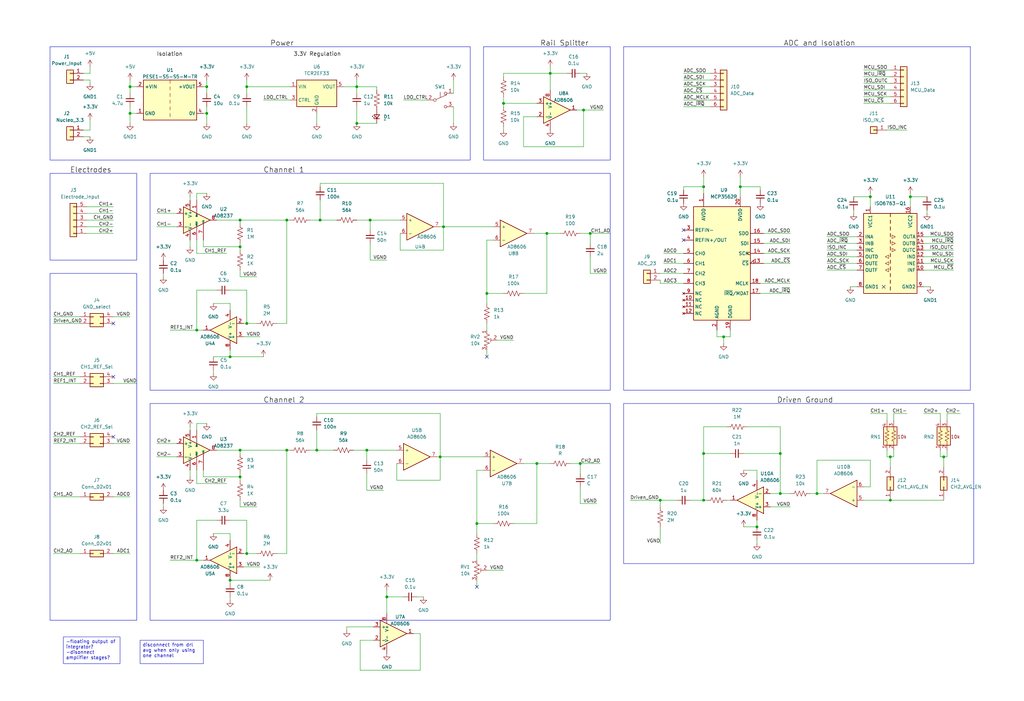
<source format=kicad_sch>
(kicad_sch (version 20230121) (generator eeschema)
  (paper "User" 389.992 267.005)
  (title_block (title "2-Channel EEG AFE") (comment 1 "Tim Erwin"))
  (junction (at 74.93 125.73))
  (junction (at 135.89 46.99))
  (junction (at 208.28 88.9))
  (junction (at 120.65 171.45))
  (junction (at 91.44 181.61))
  (junction (at 93.98 210.82))
  (junction (at 331.47 74.93))
  (junction (at 311.15 187.96))
  (junction (at 109.22 83.82))
  (junction (at 139.7 171.45))
  (junction (at 339.09 190.5))
  (junction (at 168.91 86.36))
  (junction (at 288.29 200.66))
  (junction (at 167.64 173.99))
  (junction (at 87.63 135.89))
  (junction (at 49.53 43.18))
  (junction (at 222.25 41.91))
  (junction (at 204.47 176.53))
  (junction (at 267.97 172.72))
  (junction (at 91.44 93.98))
  (junction (at 267.97 190.5))
  (junction (at 224.79 88.9))
  (junction (at 78.74 43.18))
  (junction (at 135.89 33.02))
  (junction (at 220.98 176.53))
  (junction (at 297.18 172.72))
  (junction (at 209.55 27.94))
  (junction (at 74.93 213.36))
  (junction (at 93.98 123.19))
  (junction (at 275.59 128.27))
  (junction (at 185.42 111.76))
  (junction (at 191.77 39.37))
  (junction (at 346.71 74.93))
  (junction (at 267.97 71.12))
  (junction (at 251.46 190.5))
  (junction (at 281.94 71.12))
  (junction (at 109.22 171.45))
  (junction (at 78.74 33.02))
  (junction (at 87.63 220.98))
  (junction (at 181.61 199.39))
  (junction (at 93.98 33.02))
  (junction (at 140.97 83.82))
  (junction (at 91.44 83.82))
  (junction (at 49.53 33.02))
  (junction (at 91.44 171.45))
  (junction (at 297.18 187.96))
  (junction (at 147.32 227.33))
  (junction (at 339.09 173.99))
  (junction (at 359.41 173.99))
  (junction (at 121.92 83.82))
  (no_connect (at 260.35 87.63))
  (no_connect (at 181.61 223.52))
  (no_connect (at 43.18 143.51))
  (no_connect (at 43.18 166.37))
  (no_connect (at 185.42 135.89))
  (no_connect (at 336.55 109.22))
  (no_connect (at 43.18 123.19))
  (no_connect (at 260.35 91.44))
  (wire (pts (xy 74.93 179.07) (xy 74.93 184.15)))
  (wire (pts (xy 224.79 97.79) (xy 224.79 104.14)))
  (wire (pts (xy 74.93 73.66) (xy 78.74 73.66)))
  (wire (pts (xy 191.77 36.83) (xy 191.77 39.37)))
  (wire (pts (xy 20.32 146.05) (xy 30.48 146.05)))
  (wire (pts (xy 209.55 27.94) (xy 209.55 34.29)))
  (wire (pts (xy 91.44 193.04) (xy 91.44 190.5)))
  (wire (pts (xy 199.39 111.76) (xy 208.28 111.76)))
  (wire (pts (xy 20.32 210.82) (xy 30.48 210.82)))
  (wire (pts (xy 191.77 27.94) (xy 209.55 27.94)))
  (wire (pts (xy 284.48 162.56) (xy 297.18 162.56)))
  (wire (pts (xy 314.96 100.33) (xy 326.39 100.33)))
  (wire (pts (xy 91.44 105.41) (xy 91.44 102.87)))
  (wire (pts (xy 139.7 171.45) (xy 151.13 171.45)))
  (wire (pts (xy 351.79 90.17) (xy 363.22 90.17)))
  (wire (pts (xy 220.98 176.53) (xy 228.6 176.53)))
  (wire (pts (xy 168.91 69.85) (xy 168.91 86.36)))
  (wire (pts (xy 351.79 109.22) (xy 354.33 109.22)))
  (wire (pts (xy 78.74 30.48) (xy 78.74 33.02)))
  (wire (pts (xy 72.39 91.44) (xy 72.39 93.98)))
  (wire (pts (xy 121.92 83.82) (xy 128.27 83.82)))
  (wire (pts (xy 93.98 123.19) (xy 97.79 123.19)))
  (wire (pts (xy 151.13 182.88) (xy 167.64 182.88)))
  (wire (pts (xy 251.46 193.04) (xy 251.46 190.5)))
  (wire (pts (xy 91.44 172.72) (xy 91.44 171.45)))
  (wire (pts (xy 34.29 27.94) (xy 34.29 25.4)))
  (wire (pts (xy 209.55 27.94) (xy 215.9 27.94)))
  (wire (pts (xy 59.69 86.36) (xy 67.31 86.36)))
  (wire (pts (xy 314.96 92.71) (xy 326.39 92.71)))
  (wire (pts (xy 74.93 161.29) (xy 78.74 161.29)))
  (wire (pts (xy 199.39 55.88) (xy 222.25 55.88)))
  (wire (pts (xy 328.93 26.67) (xy 339.09 26.67)))
  (wire (pts (xy 33.02 83.82) (xy 43.18 83.82)))
  (wire (pts (xy 34.29 49.53) (xy 31.75 49.53)))
  (wire (pts (xy 81.28 140.97) (xy 81.28 142.24)))
  (wire (pts (xy 74.93 198.12) (xy 82.55 198.12)))
  (wire (pts (xy 217.17 176.53) (xy 220.98 176.53)))
  (wire (pts (xy 43.18 189.23) (xy 49.53 189.23)))
  (wire (pts (xy 328.93 190.5) (xy 339.09 190.5)))
  (wire (pts (xy 33.02 78.74) (xy 43.18 78.74)))
  (wire (pts (xy 220.98 191.77) (xy 227.33 191.77)))
  (wire (pts (xy 152.4 95.25) (xy 168.91 95.25)))
  (wire (pts (xy 137.16 243.84) (xy 137.16 255.27)))
  (wire (pts (xy 110.49 171.45) (xy 109.22 171.45)))
  (wire (pts (xy 97.79 105.41) (xy 91.44 105.41)))
  (wire (pts (xy 289.56 71.12) (xy 289.56 72.39)))
  (wire (pts (xy 275.59 128.27) (xy 278.13 128.27)))
  (wire (pts (xy 252.73 100.33) (xy 260.35 100.33)))
  (wire (pts (xy 224.79 88.9) (xy 232.41 88.9)))
  (wire (pts (xy 260.35 30.48) (xy 270.51 30.48)))
  (wire (pts (xy 81.28 115.57) (xy 87.63 115.57)))
  (wire (pts (xy 267.97 67.31) (xy 267.97 71.12)))
  (wire (pts (xy 143.51 33.02) (xy 143.51 34.29)))
  (wire (pts (xy 82.55 83.82) (xy 91.44 83.82)))
  (wire (pts (xy 314.96 95.25) (xy 326.39 95.25)))
  (wire (pts (xy 181.61 210.82) (xy 181.61 213.36)))
  (wire (pts (xy 314.96 90.17) (xy 326.39 90.17)))
  (wire (pts (xy 158.75 227.33) (xy 161.29 227.33)))
  (wire (pts (xy 204.47 199.39) (xy 204.47 176.53)))
  (wire (pts (xy 222.25 41.91) (xy 229.87 41.91)))
  (wire (pts (xy 99.06 128.27) (xy 92.71 128.27)))
  (wire (pts (xy 281.94 71.12) (xy 281.94 74.93)))
  (wire (pts (xy 360.68 173.99) (xy 360.68 171.45)))
  (wire (pts (xy 346.71 73.66) (xy 346.71 74.93)))
  (wire (pts (xy 49.53 40.64) (xy 49.53 43.18)))
  (wire (pts (xy 43.18 146.05) (xy 52.07 146.05)))
  (wire (pts (xy 168.91 86.36) (xy 168.91 95.25)))
  (wire (pts (xy 328.93 31.75) (xy 339.09 31.75)))
  (wire (pts (xy 275.59 128.27) (xy 275.59 130.81)))
  (wire (pts (xy 147.32 227.33) (xy 147.32 233.68)))
  (wire (pts (xy 267.97 162.56) (xy 276.86 162.56)))
  (wire (pts (xy 31.75 52.07) (xy 34.29 52.07)))
  (wire (pts (xy 49.53 33.02) (xy 49.53 35.56)))
  (wire (pts (xy 359.41 173.99) (xy 359.41 177.8)))
  (wire (pts (xy 267.97 172.72) (xy 278.13 172.72)))
  (wire (pts (xy 314.96 97.79) (xy 326.39 97.79)))
  (wire (pts (xy 340.36 173.99) (xy 340.36 171.45)))
  (wire (pts (xy 311.15 175.26) (xy 331.47 175.26)))
  (wire (pts (xy 77.47 181.61) (xy 77.47 179.07)))
  (wire (pts (xy 224.79 88.9) (xy 224.79 92.71)))
  (wire (pts (xy 20.32 189.23) (xy 30.48 189.23)))
  (wire (pts (xy 191.77 48.26) (xy 191.77 49.53)))
  (wire (pts (xy 337.82 49.53) (xy 345.44 49.53)))
  (wire (pts (xy 74.93 110.49) (xy 82.55 110.49)))
  (wire (pts (xy 331.47 175.26) (xy 331.47 185.42)))
  (wire (pts (xy 120.65 163.83) (xy 120.65 171.45)))
  (wire (pts (xy 62.23 104.14) (xy 62.23 105.41)))
  (wire (pts (xy 346.71 74.93) (xy 346.71 78.74)))
  (wire (pts (xy 351.79 95.25) (xy 363.22 95.25)))
  (wire (pts (xy 77.47 181.61) (xy 91.44 181.61)))
  (wire (pts (xy 311.15 187.96) (xy 311.15 175.26)))
  (wire (pts (xy 118.11 83.82) (xy 121.92 83.82)))
  (wire (pts (xy 260.35 35.56) (xy 270.51 35.56)))
  (wire (pts (xy 273.05 128.27) (xy 275.59 128.27)))
  (wire (pts (xy 93.98 30.48) (xy 93.98 33.02)))
  (wire (pts (xy 222.25 41.91) (xy 219.71 41.91)))
  (wire (pts (xy 20.32 143.51) (xy 30.48 143.51)))
  (wire (pts (xy 120.65 43.18) (xy 120.65 46.99)))
  (wire (pts (xy 105.41 210.82) (xy 109.22 210.82)))
  (wire (pts (xy 209.55 25.4) (xy 209.55 27.94)))
  (wire (pts (xy 168.91 86.36) (xy 187.96 86.36)))
  (wire (pts (xy 290.83 92.71) (xy 300.99 92.71)))
  (wire (pts (xy 74.93 76.2) (xy 74.93 73.66)))
  (wire (pts (xy 132.08 238.76) (xy 132.08 240.03)))
  (wire (pts (xy 147.32 224.79) (xy 147.32 227.33)))
  (wire (pts (xy 276.86 190.5) (xy 278.13 190.5)))
  (wire (pts (xy 34.29 31.75) (xy 34.29 30.48)))
  (wire (pts (xy 93.98 35.56) (xy 93.98 33.02)))
  (wire (pts (xy 137.16 243.84) (xy 142.24 243.84)))
  (wire (pts (xy 220.98 88.9) (xy 224.79 88.9)))
  (wire (pts (xy 260.35 33.02) (xy 270.51 33.02)))
  (wire (pts (xy 353.06 80.01) (xy 353.06 81.28)))
  (wire (pts (xy 185.42 111.76) (xy 185.42 115.57)))
  (wire (pts (xy 189.23 129.54) (xy 195.58 129.54)))
  (wire (pts (xy 191.77 111.76) (xy 185.42 111.76)))
  (wire (pts (xy 87.63 135.89) (xy 100.33 135.89)))
  (wire (pts (xy 143.51 46.99) (xy 135.89 46.99)))
  (wire (pts (xy 293.37 187.96) (xy 297.18 187.96)))
  (wire (pts (xy 31.75 27.94) (xy 34.29 27.94)))
  (wire (pts (xy 181.61 179.07) (xy 181.61 199.39)))
  (wire (pts (xy 93.98 40.64) (xy 93.98 46.99)))
  (wire (pts (xy 360.68 157.48) (xy 360.68 160.02)))
  (wire (pts (xy 251.46 207.01) (xy 251.46 200.66)))
  (wire (pts (xy 251.46 107.95) (xy 260.35 107.95)))
  (wire (pts (xy 358.14 157.48) (xy 358.14 160.02)))
  (wire (pts (xy 91.44 93.98) (xy 91.44 95.25)))
  (wire (pts (xy 252.73 96.52) (xy 260.35 96.52)))
  (wire (pts (xy 121.92 71.12) (xy 121.92 69.85)))
  (wire (pts (xy 81.28 135.89) (xy 87.63 135.89)))
  (wire (pts (xy 251.46 107.95) (xy 251.46 106.68)))
  (wire (pts (xy 91.44 85.09) (xy 91.44 83.82)))
  (wire (pts (xy 135.89 33.02) (xy 130.81 33.02)))
  (wire (pts (xy 260.35 71.12) (xy 267.97 71.12)))
  (wire (pts (xy 139.7 186.69) (xy 146.05 186.69)))
  (wire (pts (xy 191.77 39.37) (xy 204.47 39.37)))
  (wire (pts (xy 345.44 157.48) (xy 340.36 157.48)))
  (wire (pts (xy 167.64 173.99) (xy 167.64 182.88)))
  (wire (pts (xy 331.47 73.66) (xy 331.47 74.93)))
  (wire (pts (xy 273.05 125.73) (xy 273.05 128.27)))
  (wire (pts (xy 337.82 157.48) (xy 337.82 160.02)))
  (wire (pts (xy 109.22 210.82) (xy 109.22 171.45)))
  (wire (pts (xy 187.96 199.39) (xy 181.61 199.39)))
  (wire (pts (xy 93.98 33.02) (xy 110.49 33.02)))
  (wire (pts (xy 195.58 199.39) (xy 204.47 199.39)))
  (wire (pts (xy 91.44 92.71) (xy 91.44 93.98)))
  (wire (pts (xy 49.53 33.02) (xy 52.07 33.02)))
  (wire (pts (xy 185.42 217.17) (xy 191.77 217.17)))
  (wire (pts (xy 77.47 43.18) (xy 78.74 43.18)))
  (wire (pts (xy 323.85 109.22) (xy 326.39 109.22)))
  (wire (pts (xy 77.47 93.98) (xy 77.47 91.44)))
  (wire (pts (xy 33.02 88.9) (xy 43.18 88.9)))
  (wire (pts (xy 147.32 227.33) (xy 153.67 227.33)))
  (wire (pts (xy 99.06 215.9) (xy 92.71 215.9)))
  (wire (pts (xy 77.47 125.73) (xy 74.93 125.73)))
  (wire (pts (xy 100.33 38.1) (xy 110.49 38.1)))
  (wire (pts (xy 331.47 157.48) (xy 337.82 157.48)))
  (wire (pts (xy 191.77 40.64) (xy 191.77 39.37)))
  (wire (pts (xy 87.63 133.35) (xy 87.63 135.89)))
  (wire (pts (xy 208.28 111.76) (xy 208.28 88.9)))
  (wire (pts (xy 78.74 33.02) (xy 78.74 35.56)))
  (wire (pts (xy 135.89 33.02) (xy 143.51 33.02)))
  (wire (pts (xy 86.36 96.52) (xy 74.93 96.52)))
  (wire (pts (xy 140.97 83.82) (xy 140.97 87.63)))
  (wire (pts (xy 72.39 179.07) (xy 72.39 181.61)))
  (wire (pts (xy 181.61 220.98) (xy 181.61 223.52)))
  (wire (pts (xy 260.35 40.64) (xy 270.51 40.64)))
  (wire (pts (xy 185.42 91.44) (xy 185.42 111.76)))
  (wire (pts (xy 82.55 171.45) (xy 91.44 171.45)))
  (wire (pts (xy 339.09 173.99) (xy 339.09 177.8)))
  (wire (pts (xy 337.82 173.99) (xy 339.09 173.99)))
  (wire (pts (xy 208.28 88.9) (xy 213.36 88.9)))
  (wire (pts (xy 49.53 30.48) (xy 49.53 33.02)))
  (wire (pts (xy 220.98 185.42) (xy 220.98 191.77)))
  (wire (pts (xy 140.97 99.06) (xy 147.32 99.06)))
  (wire (pts (xy 251.46 190.5) (xy 257.81 190.5)))
  (wire (pts (xy 109.22 83.82) (xy 91.44 83.82)))
  (wire (pts (xy 78.74 43.18) (xy 78.74 46.99)))
  (wire (pts (xy 120.65 171.45) (xy 127 171.45)))
  (wire (pts (xy 314.96 102.87) (xy 326.39 102.87)))
  (wire (pts (xy 52.07 43.18) (xy 49.53 43.18)))
  (wire (pts (xy 78.74 40.64) (xy 78.74 43.18)))
  (wire (pts (xy 20.32 166.37) (xy 30.48 166.37)))
  (wire (pts (xy 74.93 184.15) (xy 86.36 184.15)))
  (wire (pts (xy 351.79 102.87) (xy 363.22 102.87)))
  (wire (pts (xy 135.89 40.64) (xy 135.89 46.99)))
  (wire (pts (xy 267.97 172.72) (xy 267.97 162.56)))
  (wire (pts (xy 297.18 162.56) (xy 297.18 172.72)))
  (wire (pts (xy 222.25 55.88) (xy 222.25 41.91)))
  (wire (pts (xy 121.92 76.2) (xy 121.92 83.82)))
  (wire (pts (xy 166.37 173.99) (xy 167.64 173.99)))
  (wire (pts (xy 340.36 157.48) (xy 340.36 160.02)))
  (wire (pts (xy 359.41 173.99) (xy 360.68 173.99)))
  (wire (pts (xy 120.65 158.75) (xy 120.65 157.48)))
  (wire (pts (xy 167.64 173.99) (xy 184.15 173.99)))
  (wire (pts (xy 293.37 193.04) (xy 300.99 193.04)))
  (wire (pts (xy 311.15 187.96) (xy 313.69 187.96)))
  (wire (pts (xy 167.64 157.48) (xy 167.64 173.99)))
  (wire (pts (xy 199.39 176.53) (xy 204.47 176.53)))
  (wire (pts (xy 137.16 255.27) (xy 160.02 255.27)))
  (wire (pts (xy 267.97 172.72) (xy 267.97 190.5)))
  (wire (pts (xy 328.93 39.37) (xy 339.09 39.37)))
  (wire (pts (xy 185.42 123.19) (xy 185.42 125.73)))
  (wire (pts (xy 87.63 220.98) (xy 87.63 222.25)))
  (wire (pts (xy 328.93 36.83) (xy 339.09 36.83)))
  (wire (pts (xy 283.21 172.72) (xy 297.18 172.72)))
  (wire (pts (xy 140.97 83.82) (xy 152.4 83.82)))
  (wire (pts (xy 365.76 157.48) (xy 360.68 157.48)))
  (wire (pts (xy 283.21 179.07) (xy 288.29 179.07)))
  (wire (pts (xy 91.44 180.34) (xy 91.44 181.61)))
  (wire (pts (xy 288.29 198.12) (xy 288.29 200.66)))
  (wire (pts (xy 288.29 205.74) (xy 288.29 207.01)))
  (wire (pts (xy 267.97 190.5) (xy 269.24 190.5)))
  (wire (pts (xy 224.79 104.14) (xy 231.14 104.14)))
  (wire (pts (xy 135.89 33.02) (xy 135.89 35.56)))
  (wire (pts (xy 43.18 168.91) (xy 49.53 168.91)))
  (wire (pts (xy 49.53 43.18) (xy 49.53 46.99)))
  (wire (pts (xy 87.63 220.98) (xy 102.87 220.98)))
  (wire (pts (xy 181.61 179.07) (xy 184.15 179.07)))
  (wire (pts (xy 34.29 45.72) (xy 34.29 49.53)))
  (wire (pts (xy 43.18 120.65) (xy 49.53 120.65)))
  (wire (pts (xy 109.22 171.45) (xy 91.44 171.45)))
  (wire (pts (xy 346.71 74.93) (xy 353.06 74.93)))
  (wire (pts (xy 204.47 176.53) (xy 209.55 176.53)))
  (wire (pts (xy 160.02 241.3) (xy 157.48 241.3)))
  (wire (pts (xy 92.71 210.82) (xy 93.98 210.82)))
  (wire (pts (xy 142.24 238.76) (xy 132.08 238.76)))
  (wire (pts (xy 91.44 181.61) (xy 91.44 182.88)))
  (wire (pts (xy 289.56 111.76) (xy 300.99 111.76)))
  (wire (pts (xy 93.98 110.49) (xy 93.98 123.19)))
  (wire (pts (xy 331.47 74.93) (xy 331.47 78.74)))
  (wire (pts (xy 72.39 74.93) (xy 72.39 76.2)))
  (wire (pts (xy 181.61 199.39) (xy 181.61 203.2)))
  (wire (pts (xy 328.93 29.21) (xy 339.09 29.21)))
  (wire (pts (xy 87.63 115.57) (xy 87.63 118.11)))
  (wire (pts (xy 220.98 176.53) (xy 220.98 180.34)))
  (wire (pts (xy 290.83 88.9) (xy 300.99 88.9)))
  (wire (pts (xy 43.18 210.82) (xy 49.53 210.82)))
  (wire (pts (xy 260.35 71.12) (xy 260.35 72.39)))
  (wire (pts (xy 351.79 157.48) (xy 358.14 157.48)))
  (wire (pts (xy 262.89 190.5) (xy 267.97 190.5)))
  (wire (pts (xy 59.69 173.99) (xy 67.31 173.99)))
  (wire (pts (xy 167.64 86.36) (xy 168.91 86.36)))
  (wire (pts (xy 87.63 198.12) (xy 93.98 198.12)))
  (wire (pts (xy 109.22 83.82) (xy 110.49 83.82)))
  (wire (pts (xy 297.18 172.72) (xy 297.18 187.96)))
  (wire (pts (xy 172.72 30.48) (xy 172.72 35.56)))
  (wire (pts (xy 152.4 88.9) (xy 152.4 95.25)))
  (wire (pts (xy 351.79 97.79) (xy 363.22 97.79)))
  (wire (pts (xy 31.75 30.48) (xy 34.29 30.48)))
  (wire (pts (xy 59.69 168.91) (xy 67.31 168.91)))
  (wire (pts (xy 74.93 96.52) (xy 74.93 91.44)))
  (wire (pts (xy 172.72 40.64) (xy 172.72 46.99)))
  (wire (pts (xy 33.02 81.28) (xy 43.18 81.28)))
  (wire (pts (xy 20.32 120.65) (xy 30.48 120.65)))
  (wire (pts (xy 339.09 34.29) (xy 328.93 34.29)))
  (wire (pts (xy 139.7 186.69) (xy 139.7 180.34)))
  (wire (pts (xy 64.77 213.36) (xy 74.93 213.36)))
  (wire (pts (xy 151.13 176.53) (xy 151.13 182.88)))
  (wire (pts (xy 109.22 123.19) (xy 109.22 83.82)))
  (wire (pts (xy 289.56 107.95) (xy 300.99 107.95)))
  (wire (pts (xy 325.12 74.93) (xy 331.47 74.93)))
  (wire (pts (xy 358.14 173.99) (xy 359.41 173.99)))
  (wire (pts (xy 120.65 157.48) (xy 167.64 157.48)))
  (wire (pts (xy 97.79 193.04) (xy 91.44 193.04)))
  (wire (pts (xy 77.47 33.02) (xy 78.74 33.02)))
  (wire (pts (xy 281.94 67.31) (xy 281.94 71.12)))
  (wire (pts (xy 135.89 83.82) (xy 140.97 83.82)))
  (wire (pts (xy 339.09 190.5) (xy 359.41 190.5)))
  (wire (pts (xy 288.29 179.07) (xy 288.29 182.88)))
  (wire (pts (xy 33.02 86.36) (xy 43.18 86.36)))
  (wire (pts (xy 220.98 27.94) (xy 223.52 27.94)))
  (wire (pts (xy 267.97 71.12) (xy 267.97 73.66)))
  (wire (pts (xy 251.46 104.14) (xy 260.35 104.14)))
  (wire (pts (xy 59.69 81.28) (xy 67.31 81.28)))
  (wire (pts (xy 105.41 123.19) (xy 109.22 123.19)))
  (wire (pts (xy 74.93 110.49) (xy 74.93 125.73)))
  (wire (pts (xy 134.62 171.45) (xy 139.7 171.45)))
  (wire (pts (xy 87.63 110.49) (xy 93.98 110.49)))
  (wire (pts (xy 199.39 44.45) (xy 199.39 55.88)))
  (wire (pts (xy 278.13 128.27) (xy 278.13 125.73)))
  (wire (pts (xy 93.98 210.82) (xy 97.79 210.82)))
  (wire (pts (xy 185.42 91.44) (xy 187.96 91.44)))
  (wire (pts (xy 20.32 168.91) (xy 30.48 168.91)))
  (wire (pts (xy 81.28 203.2) (xy 87.63 203.2)))
  (wire (pts (xy 358.14 171.45) (xy 358.14 173.99)))
  (wire (pts (xy 74.93 163.83) (xy 74.93 161.29)))
  (wire (pts (xy 290.83 96.52) (xy 300.99 96.52)))
  (wire (pts (xy 140.97 99.06) (xy 140.97 92.71)))
  (wire (pts (xy 93.98 198.12) (xy 93.98 210.82)))
  (wire (pts (xy 328.93 185.42) (xy 331.47 185.42)))
  (wire (pts (xy 283.21 200.66) (xy 288.29 200.66)))
  (wire (pts (xy 77.47 93.98) (xy 91.44 93.98)))
  (wire (pts (xy 297.18 187.96) (xy 300.99 187.96)))
  (wire (pts (xy 87.63 227.33) (xy 87.63 228.6)))
  (wire (pts (xy 339.09 173.99) (xy 340.36 173.99)))
  (wire (pts (xy 325.12 80.01) (xy 325.12 81.28)))
  (wire (pts (xy 92.71 123.19) (xy 93.98 123.19)))
  (wire (pts (xy 87.63 203.2) (xy 87.63 205.74)))
  (wire (pts (xy 191.77 27.94) (xy 191.77 29.21)))
  (wire (pts (xy 260.35 38.1) (xy 270.51 38.1)))
  (wire (pts (xy 260.35 27.94) (xy 270.51 27.94)))
  (wire (pts (xy 203.2 88.9) (xy 208.28 88.9)))
  (wire (pts (xy 135.89 30.48) (xy 135.89 33.02)))
  (wire (pts (xy 153.67 38.1) (xy 162.56 38.1)))
  (wire (pts (xy 289.56 71.12) (xy 281.94 71.12)))
  (wire (pts (xy 121.92 69.85) (xy 168.91 69.85)))
  (wire (pts (xy 337.82 171.45) (xy 337.82 173.99)))
  (wire (pts (xy 74.93 198.12) (xy 74.93 213.36)))
  (wire (pts (xy 77.47 213.36) (xy 74.93 213.36)))
  (wire (pts (xy 308.61 187.96) (xy 311.15 187.96)))
  (wire (pts (xy 72.39 162.56) (xy 72.39 163.83)))
  (wire (pts (xy 290.83 100.33) (xy 300.99 100.33)))
  (wire (pts (xy 351.79 100.33) (xy 363.22 100.33)))
  (wire (pts (xy 185.42 133.35) (xy 185.42 135.89)))
  (wire (pts (xy 199.39 44.45) (xy 204.47 44.45)))
  (wire (pts (xy 20.32 123.19) (xy 30.48 123.19)))
  (wire (pts (xy 118.11 171.45) (xy 120.65 171.45)))
  (wire (pts (xy 351.79 92.71) (xy 363.22 92.71)))
  (wire (pts (xy 139.7 171.45) (xy 139.7 175.26)))
  (wire (pts (xy 64.77 125.73) (xy 74.93 125.73)))
  (wire (pts (xy 240.03 190.5) (xy 251.46 190.5)))
  (wire (pts (xy 160.02 255.27) (xy 160.02 241.3)))
  (wire (pts (xy 62.23 191.77) (xy 62.23 193.04)))
  (rectangle (start 19.05 17.78) (end 179.07 60.96))
  (rectangle (start 184.15 17.78) (end 232.41 60.96))
  (rectangle (start 57.15 66.04) (end 232.41 148.59))
  (rectangle (start 19.05 104.14) (end 52.07 236.22))
  (rectangle (start 237.49 17.78) (end 369.57 148.59))
  (rectangle (start 19.05 66.04) (end 52.07 99.06))
  (rectangle (start 237.49 153.67) (end 370.84 214.63))
  (rectangle (start 57.15 153.67) (end 232.41 236.22))
  (text_box "-floating output of integrator?\n-disonnect amplifier stages?" (at 24.13 242.57 0) (size 21.59 10.16) (effects (font (size 1.27 1.27)) (justify left top)))
  (text_box "disconnect from drl avg when only using one channel" (at 53.34 243.84 0) (size 24.13 8.89) (effects (font (size 1.27 1.27)) (justify left top)))
  (text "Electrodes\n" (at 26.67 66.04 0) (effects (font (size 2 2)) (justify left bottom)))
  (text "Channel 1" (at 100.33 66.04 0) (effects (font (size 2 2)) (justify left bottom)))
  (text "3.3V Regulation" (at 111.76 21.59 0) (effects (font (size 1.5 1.5)) (justify left bottom)))
  (text "ADC and Isolation\n" (at 298.45 17.78 0) (effects (font (size 2 2)) (justify left bottom)))
  (text "Channel 2\n" (at 100.33 153.67 0) (effects (font (size 2 2)) (justify left bottom)))
  (text "Isolation" (at 59.69 21.59 0) (effects (font (size 1.5 1.5)) (justify left bottom)))
  (text "Rail Splitter" (at 205.74 17.78 0) (effects (font (size 2 2)) (justify left bottom)))
  (text "Driven Ground" (at 295.91 153.67 0) (effects (font (size 2 2)) (justify left bottom)))
  (text "Power" (at 102.87 17.78 0) (effects (font (size 2 2)) (justify left bottom)))
  (label "MCU_SDI" (at 363.22 97.79 180))
  (label "VGND" (at 195.58 129.54 180))
  (label "VGND" (at 251.46 207.01 180))
  (label "ADC0" (at 252.73 96.52 0))
  (label "VGND" (at 97.79 193.04 180))
  (label "VGND" (at 229.87 41.91 180))
  (label "ADC_MCLK" (at 260.35 38.1 0))
  (label "Driven_GND" (at 240.03 190.5 0))
  (label "ADC_~{IRQ}" (at 260.35 40.64 0))
  (label "REF1_INT" (at 20.32 146.05 0))
  (label "ISO_INC" (at 314.96 95.25 0))
  (label "ADC_MCLK" (at 300.99 107.95 180))
  (label "ADC_~{IRQ}" (at 314.96 92.71 0))
  (label "CH2-" (at 365.76 157.48 180))
  (label "CH1-" (at 345.44 157.48 180))
  (label "ISO_INC" (at 345.44 49.53 180))
  (label "MCU_~{CS}" (at 363.22 102.87 180))
  (label "ADC_~{IRQ}" (at 300.99 111.76 180))
  (label "CH1+" (at 59.69 81.28 0))
  (label "CH2_REF" (at 20.32 166.37 0))
  (label "LDO_CTRL" (at 153.67 38.1 0))
  (label "LDO_CTRL" (at 100.33 38.1 0))
  (label "VGND" (at 99.06 215.9 180))
  (label "ISO_OUTC" (at 363.22 95.25 180))
  (label "ADC_SCK" (at 260.35 33.02 0))
  (label "MCU_SDO" (at 328.93 26.67 0))
  (label "CH_GND" (at 43.18 83.82 180))
  (label "CH2_AO" (at 20.32 210.82 0))
  (label "MCU_SDO" (at 363.22 90.17 180))
  (label "VGND" (at 49.53 168.91 180))
  (label "ADC2" (at 257.81 104.14 180))
  (label "CH2+" (at 351.79 157.48 0))
  (label "ADC_SDO" (at 260.35 27.94 0))
  (label "REF2_INT" (at 20.32 168.91 0))
  (label "CH1-" (at 43.18 81.28 180))
  (label "VGND" (at 300.99 193.04 180))
  (label "ADC_SDI" (at 314.96 97.79 0))
  (label "ISO_OUTC" (at 328.93 31.75 0))
  (label "ADC0" (at 49.53 189.23 180))
  (label "ADC3" (at 257.81 107.95 180))
  (label "ADC_~{CS}" (at 260.35 35.56 0))
  (label "VGND" (at 147.32 99.06 180))
  (label "VGND" (at 97.79 105.41 180))
  (label "ADC_SDO" (at 314.96 90.17 0))
  (label "CH2+" (at 43.18 88.9 180))
  (label "CH2+" (at 59.69 168.91 0))
  (label "CH_GND" (at 20.32 120.65 0))
  (label "CH1+" (at 43.18 78.74 180))
  (label "CH2-" (at 43.18 86.36 180))
  (label "Driven_GND" (at 20.32 123.19 0))
  (label "ADC_SCK" (at 300.99 96.52 180))
  (label "CH1_AO" (at 232.41 88.9 180))
  (label "CH1_AO" (at 20.32 189.23 0))
  (label "ADC_SCK" (at 314.96 100.33 0))
  (label "CH1_REF" (at 20.32 143.51 0))
  (label "MCU_SCK" (at 328.93 36.83 0))
  (label "VGND" (at 227.33 191.77 180))
  (label "ADC_SDI" (at 260.35 30.48 0))
  (label "CH1+" (at 331.47 157.48 0))
  (label "MCU_SCK" (at 363.22 100.33 180))
  (label "VGND" (at 99.06 128.27 180))
  (label "MCU_~{CS}" (at 328.93 39.37 0))
  (label "CH2_REF" (at 86.36 184.15 180))
  (label "VGND" (at 49.53 120.65 180))
  (label "ADC_~{CS}" (at 300.99 100.33 180))
  (label "MCU_~{IRQ}" (at 363.22 92.71 180))
  (label "REF1_INT" (at 64.77 125.73 0))
  (label "CH1-" (at 59.69 86.36 0))
  (label "ADC1" (at 252.73 100.33 0))
  (label "VGND" (at 52.07 146.05 180))
  (label "VGND" (at 146.05 186.69 180))
  (label "MCU_SDI" (at 328.93 34.29 0))
  (label "ADC_SDI" (at 300.99 92.71 180))
  (label "CH2-" (at 59.69 173.99 0))
  (label "REF2_INT" (at 64.77 213.36 0))
  (label "VGND" (at 191.77 217.17 180))
  (label "ADC_SDO" (at 300.99 88.9 180))
  (label "VGND" (at 231.14 104.14 180))
  (label "MCU_~{IRQ}" (at 328.93 29.21 0))
  (label "ADC_~{CS}" (at 314.96 102.87 0))
  (label "ADC1" (at 49.53 210.82 180))
  (label "CH1_REF" (at 86.36 96.52 180))
  (label "CH2_AO" (at 228.6 176.53 180))
  (symbol (lib_id "Senior_Project_Library:R_Potentiometer_35WR10KLFTR_10K") (at 185.42 129.54 0) (unit 1)
    (property "Reference" "RV2" (at 182.88 128.27 0) (effects (justify right)))
    (property "Value" "10k" (at 182.88 130.81 0) (effects (justify right)))
    (property "Footprint" "Senior_Project_Footprints:TRIM_35WR10KLFTR" (effects hide))
  )
  (symbol (lib_id "Device:C_Small") (at 49.53 38.1 0) (mirror x) (unit 1)
    (property "Reference" "C1" (at 46.99 36.8236 0) (effects (justify right)))
    (property "Value" "4.7u" (at 46.99 39.3636 0) (effects (justify right)))
    (property "Footprint" "Capacitor_SMD:C_0805_2012Metric_Pad1.18x1.45mm_HandSolder" (effects hide))
  )
  (symbol (lib_id "Senior_Project_Library:AD8606") (at 146.05 241.3 0) (unit 1)
    (property "Reference" "U7" (at 152.4 234.95 0))
    (property "Value" "AD8606" (at 152.4 237.49 0))
    (property "Footprint" "Package_SO:MSOP-8_3x3mm_P0.65mm" (effects hide))
    (property "Datasheet" "https://www.analog.com/media/en/technical-documentation/data-sheets/AD8605_8606_8608.pdf" (effects hide))
  )
  (symbol (lib_id "Senior_Project_Library:+5V_iso") (at 78.74 30.48 0) (unit 1)
    (property "Reference" "#PWR015" (effects hide))
    (property "Value" "+5V_iso" (at 78.74 25.4 0))
  )
  (symbol (lib_id "Device:R_US") (at 217.17 88.9 270) (unit 1)
    (property "Reference" "R19" (at 217.17 82.55 90))
    (property "Value" "100" (at 217.17 85.09 90))
    (property "Footprint" "Resistor_SMD:R_0805_2012Metric_Pad1.20x1.40mm_HandSolder" (effects hide))
  )
  (symbol (lib_id "power:GND") (at 275.59 130.81 0) (unit 1)
    (property "Reference" "#PWR042" (effects hide))
    (property "Value" "GND" (at 275.59 135.89 0))
  )
  (symbol (lib_id "Device:C_Small") (at 81.28 138.43 180) (unit 1)
    (property "Reference" "C5" (at 83.82 137.1536 0) (effects (justify right)))
    (property "Value" "0.1u" (at 83.82 139.6936 0) (effects (justify right)))
    (property "Footprint" "Capacitor_SMD:C_0805_2012Metric_Pad1.18x1.45mm_HandSolder" (effects hide))
  )
  (symbol (lib_id "Device:C_Small") (at 288.29 203.2 180) (unit 1)
    (property "Reference" "C22" (at 290.83 201.9236 0) (effects (justify right)))
    (property "Value" "0.1u" (at 290.83 204.4636 0) (effects (justify right)))
    (property "Footprint" "Capacitor_SMD:C_0805_2012Metric_Pad1.18x1.45mm_HandSolder" (effects hide))
  )
  (symbol (lib_id "Device:R_US") (at 304.8 187.96 90) (unit 1)
    (property "Reference" "R23" (at 304.8 181.61 90))
    (property "Value" "10k" (at 304.8 184.15 90))
    (property "Footprint" "Resistor_SMD:R_0805_2012Metric_Pad1.20x1.40mm_HandSolder" (effects hide))
  )
  (symbol (lib_id "power:GND") (at 120.65 46.99 0) (unit 1)
    (property "Reference" "#PWR027" (effects hide))
    (property "Value" "GND" (at 120.65 52.07 0))
  )
  (symbol (lib_id "power:GND") (at 81.28 115.57 0) (mirror y) (unit 1)
    (property "Reference" "#PWR019" (effects hide))
    (property "Value" "GND" (at 81.28 120.65 0))
  )
  (symbol (lib_id "Device:C_Small") (at 78.74 38.1 180) (unit 1)
    (property "Reference" "C4" (at 81.28 36.8236 0) (effects (justify right)))
    (property "Value" "10u" (at 81.28 39.3636 0) (effects (justify right)))
    (property "Footprint" "Capacitor_SMD:C_0805_2012Metric_Pad1.18x1.45mm_HandSolder" (effects hide))
  )
  (symbol (lib_id "Switch:SW_Push_SPDT") (at 167.64 38.1 0) (unit 1)
    (property "Reference" "SW1" (at 167.64 33.02 0))
    (property "Value" "SW_Push_SPDT" (effects hide))
    (property "Footprint" "Senior_Project_Footprints:SW_JS102011SCQN" (effects hide))
  )
  (symbol (lib_id "Device:R_US") (at 91.44 99.06 0) (unit 1)
    (property "Reference" "R2" (at 93.98 97.79 0) (effects (justify left)))
    (property "Value" "1K" (at 93.98 100.33 0) (effects (justify left)))
    (property "Footprint" "Resistor_SMD:R_0805_2012Metric_Pad1.20x1.40mm_HandSolder" (effects hide))
  )
  (symbol (lib_id "power:GND") (at 81.28 203.2 0) (unit 1)
    (property "Reference" "#PWR021" (effects hide))
    (property "Value" "GND" (at 81.28 208.28 0))
  )
  (symbol (lib_id "Device:R_US") (at 143.51 38.1 180) (unit 1)
    (property "Reference" "R11" (at 146.05 36.83 0) (effects (justify right)))
    (property "Value" "10k" (at 146.05 39.37 0) (effects (justify right)))
    (property "Footprint" "Resistor_SMD:R_0805_2012Metric_Pad1.20x1.40mm_HandSolder" (effects hide))
  )
  (symbol (lib_id "Device:C_Small") (at 220.98 182.88 180) (unit 1)
    (property "Reference" "C17" (at 223.52 181.6036 0) (effects (justify right)))
    (property "Value" "C" (at 223.52 184.1436 0) (effects (justify right)))
    (property "Footprint" "Capacitor_SMD:C_0805_2012Metric_Pad1.18x1.45mm_HandSolder" (effects hide))
  )
  (symbol (lib_id "power:GND1") (at 34.29 31.75 0) (unit 1)
    (property "Reference" "#PWR02" (effects hide))
    (property "Value" "GND1" (at 34.29 36.83 0))
  )
  (symbol (lib_id "power:+3.3V") (at 135.89 30.48 0) (unit 1)
    (property "Reference" "#PWR029" (effects hide))
    (property "Value" "+3.3V" (at 135.89 25.4 0))
  )
  (symbol (lib_id "power:+3.3V") (at 281.94 67.31 0) (unit 1)
    (property "Reference" "#PWR043" (effects hide))
    (property "Value" "+3.3V" (at 281.94 62.23 0))
  )
  (symbol (lib_id "Senior_Project_Library:AD8606") (at 208.28 41.91 0) (unit 1)
    (property "Reference" "U8" (at 214.63 35.56 0))
    (property "Value" "AD8606" (at 214.63 38.1 0))
    (property "Footprint" "Package_SO:MSOP-8_3x3mm_P0.65mm" (effects hide))
    (property "Datasheet" "https://www.analog.com/media/en/technical-documentation/data-sheets/AD8605_8606_8608.pdf" (effects hide))
  )
  (symbol (lib_id "power:GND1") (at 353.06 81.28 0) (unit 1)
    (property "Reference" "#PWR052" (effects hide))
    (property "Value" "GND1" (at 353.06 86.36 0))
  )
  (symbol (lib_id "power:+5V") (at 34.29 25.4 0) (unit 1)
    (property "Reference" "#PWR01" (effects hide))
    (property "Value" "+5V" (at 34.29 20.32 0))
  )
  (symbol (lib_id "Senior_Project_Library:AD8237") (at 74.93 83.82 0) (unit 1)
    (property "Reference" "U2" (at 85.09 79.6291 0))
    (property "Value" "AD8237" (at 85.09 82.1691 0))
    (property "Footprint" "Package_SO:MSOP-8_3x3mm_P0.65mm" (effects hide))
    (property "Datasheet" "https://www.analog.com/media/en/technical-documentation/data-sheets/AD8237.pdf" (effects hide))
  )
  (symbol (lib_id "power:GND") (at 93.98 46.99 0) (unit 1)
    (property "Reference" "#PWR024" (effects hide))
    (property "Value" "GND" (at 93.98 52.07 0))
  )
  (symbol (lib_id "power:GND") (at 72.39 93.98 0) (unit 1)
    (property "Reference" "#PWR012" (effects hide))
    (property "Value" "GND" (at 72.39 99.06 0))
  )
  (symbol (lib_id "Device:C_Small") (at 121.92 73.66 180) (unit 1)
    (property "Reference" "C11" (at 124.46 72.3836 0) (effects (justify right)))
    (property "Value" "100n" (at 124.46 74.9236 0) (effects (justify right)))
    (property "Footprint" "Capacitor_SMD:C_0805_2012Metric_Pad1.18x1.45mm_HandSolder" (effects hide))
  )
  (symbol (lib_id "Connector_Generic:Conn_01x06") (at 344.17 31.75 0) (unit 1)
    (property "Reference" "J13" (at 346.71 31.75 0) (effects (justify left)))
    (property "Value" "MCU_Data" (at 346.71 34.29 0) (effects (justify left)))
    (property "Footprint" "Connector_PinHeader_2.54mm:PinHeader_1x06_P2.54mm_Vertical" (effects hide))
  )
  (symbol (lib_id "Device:R_US") (at 101.6 123.19 90) (unit 1)
    (property "Reference" "R5" (at 101.6 116.84 90))
    (property "Value" "2M" (at 101.6 119.38 90))
    (property "Footprint" "Resistor_SMD:R_0805_2012Metric_Pad1.20x1.40mm_HandSolder" (effects hide))
  )
  (symbol (lib_id "Device:C_Small") (at 353.06 77.47 0) (unit 1)
    (property "Reference" "C25" (at 355.6 76.2063 0) (effects (justify left)))
    (property "Value" "0.1u" (at 355.6 78.7463 0) (effects (justify left)))
    (property "Footprint" "Capacitor_SMD:C_0805_2012Metric_Pad1.18x1.45mm_HandSolder" (effects hide))
  )
  (symbol (lib_id "Connector_Generic:Conn_01x02") (at 26.67 49.53 0) (mirror y) (unit 1)
    (property "Reference" "J2" (at 25.4 43.18 0))
    (property "Value" "Nucleo_3.3" (at 26.67 45.72 0))
    (property "Footprint" "Connector_PinHeader_2.54mm:PinHeader_1x02_P2.54mm_Vertical" (effects hide))
  )
  (symbol (lib_id "power:GND") (at 283.21 179.07 0) (unit 1)
    (property "Reference" "#PWR044" (effects hide))
    (property "Value" "GND" (at 283.21 184.15 0))
  )
  (symbol (lib_id "power:GND") (at 325.12 81.28 0) (unit 1)
    (property "Reference" "#PWR049" (effects hide))
    (property "Value" "GND" (at 325.12 86.36 0))
  )
  (symbol (lib_id "power:+5V") (at 49.53 30.48 0) (unit 1)
    (property "Reference" "#PWR05" (effects hide))
    (property "Value" "+5V" (at 49.53 25.4 0))
  )
  (symbol (lib_id "Senior_Project_Library:+3V3_nucleo") (at 346.71 73.66 0) (unit 1)
    (property "Reference" "#PWR051" (effects hide))
    (property "Value" "+3V3_nucleo" (at 346.71 68.58 0))
  )
  (symbol (lib_id "Device:C_Small") (at 156.21 227.33 90) (unit 1)
    (property "Reference" "C15" (at 156.2163 220.98 90))
    (property "Value" "0.1u" (at 156.2163 223.52 90))
    (property "Footprint" "Capacitor_SMD:C_0805_2012Metric_Pad1.18x1.45mm_HandSolder" (effects hide))
  )
  (symbol (lib_id "Senior_Project_Library:TCR2EF33") (at 120.65 35.56 0) (unit 1)
    (property "Reference" "U6" (at 120.65 25.4 0))
    (property "Value" "TCR2EF33" (at 120.65 27.94 0))
    (property "Footprint" "Senior_Project_Footprints:IC_TC4S584F_LF" (effects hide))
    (property "Datasheet" "https://toshiba.semicon-storage.com/info/TCR2EF45_datasheet_en_20190620.pdf?did=13794&prodName=TCR2EF45" (effects hide))
  )
  (symbol (lib_id "power:+3.3V") (at 209.55 25.4 0) (unit 1)
    (property "Reference" "#PWR037" (effects hide))
    (property "Value" "+3.3V" (at 209.55 20.32 0))
  )
  (symbol (lib_id "power:GND") (at 323.85 109.22 0) (unit 1)
    (property "Reference" "#PWR048" (effects hide))
    (property "Value" "GND" (at 323.85 114.3 0))
  )
  (symbol (lib_id "Connector_Generic:Conn_01x06") (at 275.59 33.02 0) (unit 1)
    (property "Reference" "J10" (at 278.13 33.02 0) (effects (justify left)))
    (property "Value" "ADC_Data" (at 278.13 35.56 0) (effects (justify left)))
    (property "Footprint" "Connector_PinHeader_2.54mm:PinHeader_1x06_P2.54mm_Vertical" (effects hide))
  )
  (symbol (lib_id "Device:C_Small") (at 87.63 224.79 180) (unit 1)
    (property "Reference" "C8" (at 90.17 223.5136 0) (effects (justify right)))
    (property "Value" "0.1u" (at 90.17 226.0536 0) (effects (justify right)))
    (property "Footprint" "Capacitor_SMD:C_0805_2012Metric_Pad1.18x1.45mm_HandSolder" (effects hide))
  )
  (symbol (lib_id "power:+3.3V") (at 331.47 73.66 0) (unit 1)
    (property "Reference" "#PWR050" (effects hide))
    (property "Value" "+3.3V" (at 331.47 68.58 0))
  )
  (symbol (lib_id "Device:R_US") (at 191.77 33.02 180) (unit 1)
    (property "Reference" "R14" (at 194.31 31.75 0) (effects (justify right)))
    (property "Value" "10k" (at 194.31 34.29 0) (effects (justify right)))
    (property "Footprint" "Resistor_SMD:R_0805_2012Metric_Pad1.20x1.40mm_HandSolder" (effects hide))
  )
  (symbol (lib_id "power:GND") (at 78.74 46.99 0) (unit 1)
    (property "Reference" "#PWR016" (effects hide))
    (property "Value" "GND" (at 78.74 52.07 0))
  )
  (symbol (lib_id "Device:C_Small") (at 140.97 90.17 180) (unit 1)
    (property "Reference" "C14" (at 143.51 88.8936 0) (effects (justify right)))
    (property "Value" "50n" (at 143.51 91.4336 0) (effects (justify right)))
    (property "Footprint" "Capacitor_SMD:C_0805_2012Metric_Pad1.18x1.45mm_HandSolder" (effects hide))
  )
  (symbol (lib_id "Device:R_US") (at 91.44 186.69 0) (unit 1)
    (property "Reference" "R4" (at 93.98 185.42 0) (effects (justify left)))
    (property "Value" "1K" (at 93.98 187.96 0) (effects (justify left)))
    (property "Footprint" "Resistor_SMD:R_0805_2012Metric_Pad1.20x1.40mm_HandSolder" (effects hide))
  )
  (symbol (lib_id "Device:R_US") (at 101.6 210.82 90) (unit 1)
    (property "Reference" "R6" (at 101.6 204.47 90))
    (property "Value" "2M" (at 101.6 207.01 90))
    (property "Footprint" "Resistor_SMD:R_0805_2012Metric_Pad1.20x1.40mm_HandSolder" (effects hide))
  )
  (symbol (lib_id "power:+3.3V") (at 102.87 220.98 0) (mirror y) (unit 1)
    (property "Reference" "#PWR026" (effects hide))
    (property "Value" "+3.3V" (at 102.87 215.9 0))
  )
  (symbol (lib_id "power:GND") (at 191.77 49.53 0) (unit 1)
    (property "Reference" "#PWR036" (effects hide))
    (property "Value" "GND" (at 191.77 54.61 0))
  )
  (symbol (lib_id "Device:C_Small") (at 85.09 198.12 90) (unit 1)
    (property "Reference" "C7" (at 85.0963 191.77 90))
    (property "Value" "3.3u" (at 85.0963 194.31 90))
    (property "Footprint" "Capacitor_SMD:C_0805_2012Metric_Pad1.18x1.45mm_HandSolder" (effects hide))
  )
  (symbol (lib_id "power:+3.3V") (at 267.97 67.31 0) (unit 1)
    (property "Reference" "#PWR041" (effects hide))
    (property "Value" "+3.3V" (at 267.97 62.23 0))
  )
  (symbol (lib_id "power:GND1") (at 49.53 46.99 0) (unit 1)
    (property "Reference" "#PWR06" (effects hide))
    (property "Value" "GND1" (at 49.53 52.07 0))
  )
  (symbol (lib_id "power:GND") (at 260.35 77.47 0) (unit 1)
    (property "Reference" "#PWR040" (effects hide))
    (property "Value" "GND" (at 260.35 82.55 0))
  )
  (symbol (lib_id "Senior_Project_Library:AD8606") (at 289.56 190.5 180) (unit 1)
    (property "Reference" "U10" (at 289.56 180.34 0) (effects (justify right)))
    (property "Value" "AD8606" (at 289.56 182.88 0) (effects (justify right)))
    (property "Footprint" "Package_SO:MSOP-8_3x3mm_P0.65mm" (effects hide))
    (property "Datasheet" "https://www.analog.com/media/en/technical-documentation/data-sheets/AD8605_8606_8608.pdf" (effects hide))
  )
  (symbol (lib_id "power:GND") (at 78.74 73.66 0) (unit 1)
    (property "Reference" "#PWR017" (effects hide))
    (property "Value" "GND" (at 78.74 78.74 0))
  )
  (symbol (lib_id "Senior_Project_Library:AD8606") (at 158.75 173.99 0) (unit 2)
    (property "Reference" "U5" (at 158.75 163.83 0))
    (property "Value" "AD8606" (at 158.75 166.37 0))
    (property "Footprint" "Package_SO:MSOP-8_3x3mm_P0.65mm" (effects hide))
    (property "Datasheet" "https://www.analog.com/media/en/technical-documentation/data-sheets/AD8605_8606_8608.pdf" (effects hide))
  )
  (symbol (lib_id "Connector_Generic:Conn_02x01") (at 359.41 185.42 90) (unit 1)
    (property "Reference" "J14" (at 361.95 182.88 90) (effects (justify right)))
    (property "Value" "CH2_AVG_EN" (at 361.95 185.42 90) (effects (justify right)))
    (property "Footprint" "Connector_PinHeader_2.54mm:PinHeader_2x01_P2.54mm_Vertical" (effects hide))
  )
  (symbol (lib_id "Device:R_US") (at 191.77 199.39 90) (unit 1)
    (property "Reference" "R16" (at 191.77 193.04 90))
    (property "Value" "100k" (at 191.77 195.58 90))
    (property "Footprint" "Resistor_SMD:R_0805_2012Metric_Pad1.20x1.40mm_HandSolder" (effects hide))
  )
  (symbol (lib_id "Connector_Generic:Conn_02x02_Counter_Clockwise") (at 35.56 166.37 0) (unit 1)
    (property "Reference" "J6" (at 36.83 160.02 0))
    (property "Value" "CH2_REF_Sel" (at 36.83 162.56 0))
    (property "Footprint" "Connector_PinHeader_2.54mm:PinHeader_2x02_P2.54mm_Vertical" (effects hide))
  )
  (symbol (lib_id "Device:LED_Small") (at 143.51 44.45 90) (unit 1)
    (property "Reference" "D1" (at 146.05 44.45 90) (effects (justify right)))
    (property "Value" "~" (at 146.05 45.6565 90) (effects (justify right)))
    (property "Footprint" "LED_SMD:LED_0603_1608Metric_Pad1.05x0.95mm_HandSolder" (effects hide))
  )
  (symbol (lib_id "Senior_Project_Library:Matched_10K_Resistor_Array_2x") (at 359.41 166.37 0) (unit 1)
    (property "Reference" "RN2" (at 351.79 166.37 0) (effects (justify left)))
    (property "Value" "Matched_10K_Resistor_Array_2x" (effects hide))
    (property "Footprint" "Senior_Project_Footprints:R_Array_Matched_2x0606" (effects hide))
  )
  (symbol (lib_id "Device:C_Small") (at 280.67 172.72 90) (unit 1)
    (property "Reference" "C21" (at 280.6763 166.37 90))
    (property "Value" "1n" (at 280.6763 168.91 90))
    (property "Footprint" "Capacitor_SMD:C_0805_2012Metric_Pad1.18x1.45mm_HandSolder" (effects hide))
  )
  (symbol (lib_id "Connector_Generic:Conn_01x02") (at 26.67 27.94 0) (mirror y) (unit 1)
    (property "Reference" "J1" (at 25.4 21.59 0))
    (property "Value" "Power_Input" (at 25.4 24.13 0))
    (property "Footprint" "Connector_PinHeader_2.54mm:PinHeader_1x02_P2.54mm_Vertical" (effects hide))
  )
  (symbol (lib_id "Device:R_US") (at 185.42 119.38 180) (unit 1)
    (property "Reference" "R13" (at 187.96 118.11 0) (effects (justify right)))
    (property "Value" "1k" (at 187.96 120.65 0) (effects (justify right)))
    (property "Footprint" "Resistor_SMD:R_0805_2012Metric_Pad1.20x1.40mm_HandSolder" (effects hide))
  )
  (symbol (lib_id "Senior_Project_Library:+5V_iso") (at 93.98 30.48 0) (unit 1)
    (property "Reference" "#PWR023" (effects hide))
    (property "Value" "+5V_iso" (at 93.98 25.4 0))
  )
  (symbol (lib_id "power:+3.3V") (at 283.21 200.66 0) (unit 1)
    (property "Reference" "#PWR045" (effects hide))
    (property "Value" "+3.3V" (at 283.21 195.58 0))
  )
  (symbol (lib_id "Senior_Project_Library:R_Potentiometer_35WR10KLFTR_10K") (at 181.61 217.17 0) (unit 1)
    (property "Reference" "RV1" (at 179.07 215.9 0) (effects (justify right)))
    (property "Value" "10k" (at 179.07 218.44 0) (effects (justify right)))
    (property "Footprint" "Senior_Project_Footprints:TRIM_35WR10KLFTR" (effects hide))
  )
  (symbol (lib_id "Device:R_US") (at 91.44 176.53 0) (unit 1)
    (property "Reference" "R3" (at 93.98 175.26 0) (effects (justify left)))
    (property "Value" "1M" (at 93.98 177.8 0) (effects (justify left)))
    (property "Footprint" "Resistor_SMD:R_0805_2012Metric_Pad1.20x1.40mm_HandSolder" (effects hide))
  )
  (symbol (lib_id "Device:C_Small") (at 135.89 38.1 180) (unit 1)
    (property "Reference" "C12" (at 138.43 36.8236 0) (effects (justify right)))
    (property "Value" "1u" (at 138.43 39.3636 0) (effects (justify right)))
    (property "Footprint" "Capacitor_SMD:C_0805_2012Metric_Pad1.18x1.45mm_HandSolder" (effects hide))
  )
  (symbol (lib_id "Connector_Generic:Conn_02x01") (at 35.56 189.23 0) (unit 1)
    (property "Reference" "J7" (at 36.83 182.88 0))
    (property "Value" "Conn_02x01" (at 36.83 185.42 0))
    (property "Footprint" "Connector_PinHeader_2.54mm:PinHeader_2x01_P2.54mm_Vertical" (effects hide))
  )
  (symbol (lib_id "power:GND") (at 223.52 27.94 0) (unit 1)
    (property "Reference" "#PWR039" (effects hide))
    (property "Value" "GND" (at 223.52 33.02 0))
  )
  (symbol (lib_id "Senior_Project_Library:+5V_iso") (at 172.72 30.48 0) (unit 1)
    (property "Reference" "#PWR034" (effects hide))
    (property "Value" "+5V_iso" (at 172.72 25.4 0))
  )
  (symbol (lib_id "power:GND") (at 289.56 77.47 0) (unit 1)
    (property "Reference" "#PWR047" (effects hide))
    (property "Value" "GND" (at 289.56 82.55 0))
  )
  (symbol (lib_id "power:+3.3V") (at 62.23 99.06 0) (unit 1)
    (property "Reference" "#PWR07" (effects hide))
    (property "Value" "+3.3V" (at 62.23 93.98 0))
  )
  (symbol (lib_id "Connector_Generic:Conn_02x02_Counter_Clockwise") (at 35.56 120.65 0) (unit 1)
    (property "Reference" "J4" (at 36.83 114.3 0))
    (property "Value" "GND_select" (at 36.83 116.84 0))
    (property "Footprint" "Connector_PinHeader_2.54mm:PinHeader_2x02_P2.54mm_Vertical" (effects hide))
  )
  (symbol (lib_id "Senior_Project_Library:+3V3_nucleo") (at 34.29 45.72 0) (unit 1)
    (property "Reference" "#PWR03" (effects hide))
    (property "Value" "+3V3_nucleo" (at 34.29 40.64 0))
  )
  (symbol (lib_id "Device:C_Small") (at 260.35 190.5 90) (unit 1)
    (property "Reference" "C20" (at 260.3563 184.15 90))
    (property "Value" "1u" (at 260.3563 186.69 90))
    (property "Footprint" "Capacitor_SMD:C_0805_2012Metric_Pad1.18x1.45mm_HandSolder" (effects hide))
  )
  (symbol (lib_id "Connector_Generic:Conn_01x01") (at 332.74 49.53 180) (unit 1)
    (property "Reference" "J11" (at 332.74 43.18 0))
    (property "Value" "ISO_IN_C" (at 332.74 45.72 0))
    (property "Footprint" "Connector_PinHeader_2.54mm:PinHeader_1x01_P2.54mm_Vertical" (effects hide))
  )
  (symbol (lib_id "power:GND") (at 132.08 240.03 0) (unit 1)
    (property "Reference" "#PWR028" (effects hide))
    (property "Value" "GND" (at 132.08 245.11 0))
  )
  (symbol (lib_id "Device:C_Small") (at 224.79 95.25 180) (unit 1)
    (property "Reference" "C18" (at 227.33 93.9736 0) (effects (justify right)))
    (property "Value" "2u" (at 227.33 96.5136 0) (effects (justify right)))
    (property "Footprint" "Capacitor_SMD:C_0805_2012Metric_Pad1.18x1.45mm_HandSolder" (effects hide))
  )
  (symbol (lib_id "Device:R_US") (at 213.36 176.53 270) (unit 1)
    (property "Reference" "R18" (at 213.36 170.18 90))
    (property "Value" "R" (at 213.36 172.72 90))
    (property "Footprint" "Resistor_SMD:R_0805_2012Metric_Pad1.20x1.40mm_HandSolder" (effects hide))
  )
  (symbol (lib_id "power:GND1") (at 354.33 109.22 0) (unit 1)
    (property "Reference" "#PWR053" (effects hide))
    (property "Value" "GND1" (at 354.33 114.3 0))
  )
  (symbol (lib_id "power:GND") (at 161.29 227.33 0) (unit 1)
    (property "Reference" "#PWR033" (effects hide))
    (property "Value" "GND" (at 161.29 232.41 0))
  )
  (symbol (lib_id "power:GND") (at 62.23 105.41 0) (unit 1)
    (property "Reference" "#PWR08" (effects hide))
    (property "Value" "GND" (at 62.23 110.49 0))
  )
  (symbol (lib_id "power:GND1") (at 34.29 52.07 0) (unit 1)
    (property "Reference" "#PWR04" (effects hide))
    (property "Value" "GND1" (at 34.29 57.15 0))
  )
  (symbol (lib_id "Senior_Project_Library:Matched_10K_Resistor_Array_2x") (at 339.09 166.37 0) (unit 1)
    (property "Reference" "RN1" (at 331.47 166.37 0) (effects (justify left)))
    (property "Value" "Matched_10K_Resistor_Array_2x" (effects hide))
    (property "Footprint" "Senior_Project_Footprints:R_Array_Matched_2x0606" (effects hide))
  )
  (symbol (lib_id "Device:C_Small") (at 62.23 101.6 180) (unit 1)
    (property "Reference" "C2" (at 64.77 100.3236 0) (effects (justify right)))
    (property "Value" "0.1u" (at 64.77 102.8636 0) (effects (justify right)))
    (property "Footprint" "Capacitor_SMD:C_0805_2012Metric_Pad1.18x1.45mm_HandSolder" (effects hide))
  )
  (symbol (lib_id "Senior_Project_Library:MCP3562R") (at 275.59 97.79 0) (unit 1)
    (property "Reference" "U9" (at 274.32 72.39 0) (effects (justify left)))
    (property "Value" "MCP3562R" (at 270.51 74.93 0) (effects (justify left)))
    (property "Footprint" "Package_QFP:TQFP-52-1EP_10x10mm_P0.65mm_EP6.5x6.5mm" (effects hide))
    (property "Datasheet" "https://ww1.microchip.com/downloads/aemDocuments/documents/APID/ProductDocuments/DataSheets/MCP3561_2_4R-Data-Sheet-DS200006391C.pdf" (effects hide))
  )
  (symbol (lib_id "power:GND") (at 81.28 142.24 0) (mirror y) (unit 1)
    (property "Reference" "#PWR020" (effects hide))
    (property "Value" "GND" (at 81.28 147.32 0))
  )
  (symbol (lib_id "Device:R_US") (at 251.46 196.85 180) (unit 1)
    (property "Reference" "R20" (at 254 195.58 0) (effects (justify right)))
    (property "Value" "2M" (at 254 198.12 0) (effects (justify right)))
    (property "Footprint" "Resistor_SMD:R_0805_2012Metric_Pad1.20x1.40mm_HandSolder" (effects hide))
  )
  (symbol (lib_id "Senior_Project_Library:AD8606") (at 160.02 86.36 0) (unit 2)
    (property "Reference" "U4" (at 160.02 93.98 0))
    (property "Value" "AD8606" (at 162.56 90.17 0))
    (property "Footprint" "Package_SO:MSOP-8_3x3mm_P0.65mm" (effects hide))
    (property "Datasheet" "https://www.analog.com/media/en/technical-documentation/data-sheets/AD8605_8606_8608.pdf" (effects hide))
  )
  (symbol (lib_id "Device:R_US") (at 191.77 44.45 180) (unit 1)
    (property "Reference" "R15" (at 194.31 43.18 0) (effects (justify right)))
    (property "Value" "10k" (at 194.31 45.72 0) (effects (justify right)))
    (property "Footprint" "Resistor_SMD:R_0805_2012Metric_Pad1.20x1.40mm_HandSolder" (effects hide))
  )
  (symbol (lib_id "Device:R_US") (at 132.08 83.82 270) (unit 1)
    (property "Reference" "R10" (at 132.08 77.47 90))
    (property "Value" "56k" (at 132.08 80.01 90))
    (property "Footprint" "Resistor_SMD:R_0805_2012Metric_Pad1.20x1.40mm_HandSolder" (effects hide))
  )
  (symbol (lib_id "Device:C_Small") (at 62.23 189.23 180) (unit 1)
    (property "Reference" "C3" (at 64.77 187.9536 0) (effects (justify right)))
    (property "Value" "0.1u" (at 64.77 190.4936 0) (effects (justify right)))
    (property "Footprint" "Capacitor_SMD:C_0805_2012Metric_Pad1.18x1.45mm_HandSolder" (effects hide))
  )
  (symbol (lib_id "Device:C_Small") (at 289.56 74.93 180) (unit 1)
    (property "Reference" "C23" (at 292.1 73.6536 0) (effects (justify right)))
    (property "Value" "0.1u" (at 292.1 76.1936 0) (effects (justify right)))
    (property "Footprint" "Capacitor_SMD:C_0805_2012Metric_Pad1.18x1.45mm_HandSolder" (effects hide))
  )
  (symbol (lib_id "power:GND") (at 209.55 49.53 0) (unit 1)
    (property "Reference" "#PWR038" (effects hide))
    (property "Value" "GND" (at 209.55 54.61 0))
  )
  (symbol (lib_id "Device:R_US") (at 280.67 162.56 90) (unit 1)
    (property "Reference" "R22" (at 280.67 156.21 90))
    (property "Value" "1M" (at 280.67 158.75 90))
    (property "Footprint" "Resistor_SMD:R_0805_2012Metric_Pad1.20x1.40mm_HandSolder" (effects hide))
  )
  (symbol (lib_id "power:GND") (at 172.72 46.99 0) (unit 1)
    (property "Reference" "#PWR035" (effects hide))
    (property "Value" "GND" (at 172.72 52.07 0))
  )
  (symbol (lib_id "power:+3.3V") (at 147.32 224.79 0) (unit 1)
    (property "Reference" "#PWR031" (effects hide))
    (property "Value" "+3.3V" (at 147.32 219.71 0))
  )
  (symbol (lib_id "Device:R_US") (at 91.44 88.9 0) (unit 1)
    (property "Reference" "R1" (at 93.98 87.63 0) (effects (justify left)))
    (property "Value" "1M" (at 93.98 90.17 0) (effects (justify left)))
    (property "Footprint" "Resistor_SMD:R_0805_2012Metric_Pad1.20x1.40mm_HandSolder" (effects hide))
  )
  (symbol (lib_id "power:GND") (at 87.63 228.6 0) (mirror y) (unit 1)
    (property "Reference" "#PWR022" (effects hide))
    (property "Value" "GND" (at 87.63 233.68 0))
  )
  (symbol (lib_id "power:GND") (at 147.32 248.92 0) (unit 1)
    (property "Reference" "#PWR032" (effects hide))
    (property "Value" "GND" (at 147.32 254 0))
  )
  (symbol (lib_id "Connector_Generic:Conn_02x02_Counter_Clockwise") (at 35.56 143.51 0) (unit 1)
    (property "Reference" "J5" (at 36.83 137.16 0))
    (property "Value" "CH1_REF_Sel" (at 36.83 139.7 0))
    (property "Footprint" "Connector_PinHeader_2.54mm:PinHeader_2x02_P2.54mm_Vertical" (effects hide))
  )
  (symbol (lib_id "Device:R_US") (at 181.61 207.01 180) (unit 1)
    (property "Reference" "R12" (at 184.15 205.74 0) (effects (justify right)))
    (property "Value" "1k" (at 184.15 208.28 0) (effects (justify right)))
    (property "Footprint" "Resistor_SMD:R_0805_2012Metric_Pad1.20x1.40mm_HandSolder" (effects hide))
  )
  (symbol (lib_id "Senior_Project_Library:AD8606") (at 195.58 88.9 0) (unit 2)
    (property "Reference" "U8" (at 195.58 96.52 0))
    (property "Value" "AD8606" (at 196.85 93.98 0))
    (property "Footprint" "Package_SO:MSOP-8_3x3mm_P0.65mm" (effects hide))
    (property "Datasheet" "https://www.analog.com/media/en/technical-documentation/data-sheets/AD8605_8606_8608.pdf" (effects hide))
  )
  (symbol (lib_id "power:+3.3V") (at 62.23 186.69 0) (unit 1)
    (property "Reference" "#PWR09" (effects hide))
    (property "Value" "+3.3V" (at 62.23 181.61 0))
  )
  (symbol (lib_id "Device:R_US") (at 195.58 111.76 90) (unit 1)
    (property "Reference" "R17" (at 195.58 105.41 90))
    (property "Value" "100k" (at 195.58 107.95 90))
    (property "Footprint" "Resistor_SMD:R_0805_2012Metric_Pad1.20x1.40mm_HandSolder" (effects hide))
  )
  (symbol (lib_id "power:GND") (at 288.29 207.01 0) (unit 1)
    (property "Reference" "#PWR046" (effects hide))
    (property "Value" "GND" (at 288.29 212.09 0))
  )
  (symbol (lib_id "Device:C_Small") (at 139.7 177.8 180) (unit 1)
    (property "Reference" "C13" (at 142.24 176.5236 0) (effects (justify right)))
    (property "Value" "50n" (at 142.24 179.0636 0) (effects (justify right)))
    (property "Footprint" "Capacitor_SMD:C_0805_2012Metric_Pad1.18x1.45mm_HandSolder" (effects hide))
  )
  (symbol (lib_id "power:+3.3V") (at 72.39 74.93 0) (unit 1)
    (property "Reference" "#PWR011" (effects hide))
    (property "Value" "+3.3V" (at 72.39 69.85 0))
  )
  (symbol (lib_id "power:GND") (at 62.23 193.04 0) (unit 1)
    (property "Reference" "#PWR010" (effects hide))
    (property "Value" "GND" (at 62.23 198.12 0))
  )
  (symbol (lib_id "power:GND") (at 78.74 161.29 0) (unit 1)
    (property "Reference" "#PWR018" (effects hide))
    (property "Value" "GND" (at 78.74 166.37 0))
  )
  (symbol (lib_id "Senior_Project_Library:AD8606") (at 321.31 187.96 180) (unit 2)
    (property "Reference" "U10" (at 321.31 177.8 0))
    (property "Value" "AD8606" (at 321.31 180.34 0))
    (property "Footprint" "Package_SO:MSOP-8_3x3mm_P0.65mm" (effects hide))
    (property "Datasheet" "https://www.analog.com/media/en/technical-documentation/data-sheets/AD8605_8606_8608.pdf" (effects hide))
  )
  (symbol (lib_id "Device:C_Small") (at 218.44 27.94 90) (unit 1)
    (property "Reference" "C16" (at 218.4463 21.59 90))
    (property "Value" "0.1u" (at 218.4463 24.13 90))
    (property "Footprint" "Capacitor_SMD:C_0805_2012Metric_Pad1.18x1.45mm_HandSolder" (effects hide))
  )
  (symbol (lib_id "Senior_Project_Library:AD8606") (at 191.77 176.53 0) (unit 2)
    (property "Reference" "U7" (at 193.04 184.15 0))
    (property "Value" "AD8606" (at 193.04 181.61 0))
    (property "Footprint" "Package_SO:MSOP-8_3x3mm_P0.65mm" (effects hide))
    (property "Datasheet" "https://www.analog.com/media/en/technical-documentation/data-sheets/AD8605_8606_8608.pdf" (effects hide))
  )
  (symbol (lib_id "Device:C_Small") (at 85.09 110.49 90) (unit 1)
    (property "Reference" "C6" (at 85.0963 104.14 90))
    (property "Value" "3.3u" (at 85.0963 106.68 90))
    (property "Footprint" "Capacitor_SMD:C_0805_2012Metric_Pad1.18x1.45mm_HandSolder" (effects hide))
  )
  (symbol (lib_id "power:+3.3V") (at 72.39 162.56 0) (unit 1)
    (property "Reference" "#PWR013" (effects hide))
    (property "Value" "+3.3V" (at 72.39 157.48 0))
  )
  (symbol (lib_id "Connector_Generic:Conn_01x02") (at 246.38 104.14 0) (mirror y) (unit 1)
    (property "Reference" "J9" (at 246.38 97.79 0))
    (property "Value" "ADC_23" (at 246.38 100.33 0))
    (property "Footprint" "Connector_PinHeader_2.54mm:PinHeader_2x01_P2.54mm_Vertical" (effects hide))
  )
  (symbol (lib_id "Device:C_Small") (at 325.12 77.47 0) (unit 1)
    (property "Reference" "C24" (at 318.77 76.2 0) (effects (justify left)))
    (property "Value" "0.1u" (at 318.77 78.74 0) (effects (justify left)))
    (property "Footprint" "Capacitor_SMD:C_0805_2012Metric_Pad1.18x1.45mm_HandSolder" (effects hide))
  )
  (symbol (lib_id "Connector_Generic:Conn_02x01") (at 35.56 210.82 0) (unit 1)
    (property "Reference" "J8" (at 36.83 204.47 0))
    (property "Value" "Conn_02x01" (at 36.83 207.01 0))
    (property "Footprint" "Connector_PinHeader_2.54mm:PinHeader_2x01_P2.54mm_Vertical" (effects hide))
  )
  (symbol (lib_id "Device:R_US") (at 114.3 171.45 270) (unit 1)
    (property "Reference" "R8" (at 114.3 165.1 90))
    (property "Value" "56k" (at 114.3 167.64 90))
    (property "Footprint" "Resistor_SMD:R_0805_2012Metric_Pad1.20x1.40mm_HandSolder" (effects hide))
  )
  (symbol (lib_id "Device:R_US") (at 273.05 190.5 90) (unit 1)
    (property "Reference" "R21" (at 273.05 184.15 90))
    (property "Value" "60k" (at 273.05 186.69 90))
    (property "Footprint" "Resistor_SMD:R_0805_2012Metric_Pad1.20x1.40mm_HandSolder" (effects hide))
  )
  (symbol (lib_id "Device:R_US") (at 114.3 83.82 270) (unit 1)
    (property "Reference" "R7" (at 114.3 77.47 90))
    (property "Value" "56k" (at 114.3 80.01 90))
    (property "Footprint" "Resistor_SMD:R_0805_2012Metric_Pad1.20x1.40mm_HandSolder" (effects hide))
  )
  (symbol (lib_id "Device:R_US") (at 130.81 171.45 270) (unit 1)
    (property "Reference" "R9" (at 130.81 165.1 90))
    (property "Value" "56k" (at 130.81 167.64 90))
    (property "Footprint" "Resistor_SMD:R_0805_2012Metric_Pad1.20x1.40mm_HandSolder" (effects hide))
  )
  (symbol (lib_id "Senior_Project_Library:AD8237") (at 74.93 171.45 0) (unit 1)
    (property "Reference" "U3" (at 85.09 167.2591 0))
    (property "Value" "AD8237" (at 85.09 169.7991 0))
    (property "Footprint" "Package_SO:MSOP-8_3x3mm_P0.65mm" (effects hide))
    (property "Datasheet" "https://www.analog.com/media/en/technical-documentation/data-sheets/AD8237.pdf" (effects hide))
  )
  (symbol (lib_id "power:+3.3V") (at 100.33 135.89 0) (mirror y) (unit 1)
    (property "Reference" "#PWR025" (effects hide))
    (property "Value" "+3.3V" (at 100.33 130.81 0))
  )
  (symbol (lib_id "Device:C_Small") (at 260.35 74.93 180) (unit 1)
    (property "Reference" "C19" (at 254 73.66 0) (effects (justify right)))
    (property "Value" "0.1u" (at 254 76.2 0) (effects (justify right)))
    (property "Footprint" "Capacitor_SMD:C_0805_2012Metric_Pad1.18x1.45mm_HandSolder" (effects hide))
  )
  (symbol (lib_id "Senior_Project_Library:AD8606") (at 88.9 213.36 180) (unit 1)
    (property "Reference" "U5" (at 80.01 218.44 0))
    (property "Value" "AD8606" (at 80.01 215.9 0))
    (property "Footprint" "Package_SO:MSOP-8_3x3mm_P0.65mm" (effects hide))
    (property "Datasheet" "https://www.analog.com/media/en/technical-documentation/data-sheets/AD8605_8606_8608.pdf" (effects hide))
  )
  (symbol (lib_id "Device:C_Small") (at 120.65 161.29 180) (unit 1)
    (property "Reference" "C10" (at 123.19 160.0136 0) (effects (justify right)))
    (property "Value" "100n" (at 123.19 162.5536 0) (effects (justify right)))
    (property "Footprint" "Capacitor_SMD:C_0805_2012Metric_Pad1.18x1.45mm_HandSolder" (effects hide))
  )
  (symbol (lib_id "Connector_Generic:Conn_02x01") (at 339.09 185.42 90) (unit 1)
    (property "Reference" "J12" (at 341.63 182.88 90) (effects (justify right)))
    (property "Value" "CH1_AVG_EN" (at 341.63 185.42 90) (effects (justify right)))
    (property "Footprint" "Connector_PinHeader_2.54mm:PinHeader_2x01_P2.54mm_Vertical" (effects hide))
  )
  (symbol (lib_id "Device:C_Small") (at 93.98 38.1 0) (mirror x) (unit 1)
    (property "Reference" "C9" (at 91.44 36.8236 0) (effects (justify right)))
    (property "Value" "0.1u" (at 91.44 39.3636 0) (effects (justify right)))
    (property "Footprint" "Capacitor_SMD:C_0805_2012Metric_Pad1.18x1.45mm_HandSolder" (effects hide))
  )
  (symbol (lib_id "Senior_Project_Library:AD8606") (at 88.9 125.73 180) (unit 1)
    (property "Reference" "U4" (at 80.01 130.81 0))
    (property "Value" "AD8606" (at 80.01 128.27 0))
    (property "Footprint" "Package_SO:MSOP-8_3x3mm_P0.65mm" (effects hide))
    (property "Datasheet" "https://www.analog.com/media/en/technical-documentation/data-sheets/AD8605_8606_8608.pdf" (effects hide))
  )
  (symbol (lib_id "power:GND") (at 72.39 181.61 0) (unit 1)
    (property "Reference" "#PWR014" (effects hide))
    (property "Value" "GND" (at 72.39 186.69 0))
  )
  (symbol (lib_id "Senior_Project_Library:ISO6763-Q1") (at 339.09 96.52 0) (unit 1)
    (property "Reference" "U11" (at 339.09 74.93 0))
    (property "Value" "ISO6763-Q1" (at 339.09 77.47 0))
    (property "Footprint" "Package_SO:SOIC-16W_7.5x10.3mm_P1.27mm" (effects hide))
    (property "Datasheet" "https://www.ti.com/lit/ds/symlink/iso6760-q1.pdf" (effects hide))
  )
  (symbol (lib_id "Connector_Generic:Conn_01x05") (at 27.94 83.82 180) (unit 1)
    (property "Reference" "J3" (at 27.94 72.39 0))
    (property "Value" "Electrode_Input" (at 30.48 74.93 0))
    (property "Footprint" "Connector_PinHeader_2.54mm:PinHeader_1x05_P2.54mm_Vertical" (effects hide))
  )
  (symbol (lib_id "Senior_Project_Library:PESE1-S5-S5-M-TR") (at 64.77 38.1 0) (unit 1)
    (property "Reference" "U1" (at 64.77 26.67 0))
    (property "Value" "PESE1-S5-S5-M-TR" (at 64.77 29.21 0))
    (property "Footprint" "Senior_Project_Footprints:CONV_PESE1-S5-S5-M" (effects hide))
    (property "Datasheet" "https://www.xppower.com/portals/0/pdfs/SF_JTD20.pdf" (effects hide))
  )
  (symbol (lib_id "power:GND") (at 135.89 46.99 0) (unit 1)
    (property "Reference" "#PWR030" (effects hide))
    (property "Value" "GND" (at 135.89 52.07 0))
  )
)
</source>
